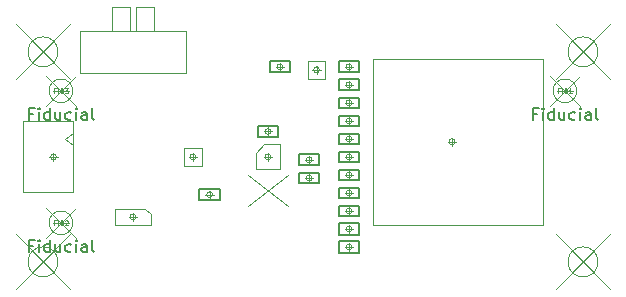
<source format=gbr>
%TF.GenerationSoftware,KiCad,Pcbnew,9.0.0*%
%TF.CreationDate,2025-03-29T14:14:08-04:00*%
%TF.ProjectId,weather-featherwing,77656174-6865-4722-9d66-656174686572,1.3.0*%
%TF.SameCoordinates,Original*%
%TF.FileFunction,AssemblyDrawing,Top*%
%FSLAX46Y46*%
G04 Gerber Fmt 4.6, Leading zero omitted, Abs format (unit mm)*
G04 Created by KiCad (PCBNEW 9.0.0) date 2025-03-29 14:14:08*
%MOMM*%
%LPD*%
G01*
G04 APERTURE LIST*
%ADD10C,0.150000*%
%ADD11C,0.060000*%
%ADD12C,0.050000*%
%ADD13C,0.100000*%
%ADD14C,0.120000*%
G04 APERTURE END LIST*
D10*
X158655047Y-104293009D02*
X158321714Y-104293009D01*
X158321714Y-104816819D02*
X158321714Y-103816819D01*
X158321714Y-103816819D02*
X158797904Y-103816819D01*
X159178857Y-104816819D02*
X159178857Y-104150152D01*
X159178857Y-103816819D02*
X159131238Y-103864438D01*
X159131238Y-103864438D02*
X159178857Y-103912057D01*
X159178857Y-103912057D02*
X159226476Y-103864438D01*
X159226476Y-103864438D02*
X159178857Y-103816819D01*
X159178857Y-103816819D02*
X159178857Y-103912057D01*
X160083618Y-104816819D02*
X160083618Y-103816819D01*
X160083618Y-104769200D02*
X159988380Y-104816819D01*
X159988380Y-104816819D02*
X159797904Y-104816819D01*
X159797904Y-104816819D02*
X159702666Y-104769200D01*
X159702666Y-104769200D02*
X159655047Y-104721580D01*
X159655047Y-104721580D02*
X159607428Y-104626342D01*
X159607428Y-104626342D02*
X159607428Y-104340628D01*
X159607428Y-104340628D02*
X159655047Y-104245390D01*
X159655047Y-104245390D02*
X159702666Y-104197771D01*
X159702666Y-104197771D02*
X159797904Y-104150152D01*
X159797904Y-104150152D02*
X159988380Y-104150152D01*
X159988380Y-104150152D02*
X160083618Y-104197771D01*
X160988380Y-104150152D02*
X160988380Y-104816819D01*
X160559809Y-104150152D02*
X160559809Y-104673961D01*
X160559809Y-104673961D02*
X160607428Y-104769200D01*
X160607428Y-104769200D02*
X160702666Y-104816819D01*
X160702666Y-104816819D02*
X160845523Y-104816819D01*
X160845523Y-104816819D02*
X160940761Y-104769200D01*
X160940761Y-104769200D02*
X160988380Y-104721580D01*
X161893142Y-104769200D02*
X161797904Y-104816819D01*
X161797904Y-104816819D02*
X161607428Y-104816819D01*
X161607428Y-104816819D02*
X161512190Y-104769200D01*
X161512190Y-104769200D02*
X161464571Y-104721580D01*
X161464571Y-104721580D02*
X161416952Y-104626342D01*
X161416952Y-104626342D02*
X161416952Y-104340628D01*
X161416952Y-104340628D02*
X161464571Y-104245390D01*
X161464571Y-104245390D02*
X161512190Y-104197771D01*
X161512190Y-104197771D02*
X161607428Y-104150152D01*
X161607428Y-104150152D02*
X161797904Y-104150152D01*
X161797904Y-104150152D02*
X161893142Y-104197771D01*
X162321714Y-104816819D02*
X162321714Y-104150152D01*
X162321714Y-103816819D02*
X162274095Y-103864438D01*
X162274095Y-103864438D02*
X162321714Y-103912057D01*
X162321714Y-103912057D02*
X162369333Y-103864438D01*
X162369333Y-103864438D02*
X162321714Y-103816819D01*
X162321714Y-103816819D02*
X162321714Y-103912057D01*
X163226475Y-104816819D02*
X163226475Y-104293009D01*
X163226475Y-104293009D02*
X163178856Y-104197771D01*
X163178856Y-104197771D02*
X163083618Y-104150152D01*
X163083618Y-104150152D02*
X162893142Y-104150152D01*
X162893142Y-104150152D02*
X162797904Y-104197771D01*
X163226475Y-104769200D02*
X163131237Y-104816819D01*
X163131237Y-104816819D02*
X162893142Y-104816819D01*
X162893142Y-104816819D02*
X162797904Y-104769200D01*
X162797904Y-104769200D02*
X162750285Y-104673961D01*
X162750285Y-104673961D02*
X162750285Y-104578723D01*
X162750285Y-104578723D02*
X162797904Y-104483485D01*
X162797904Y-104483485D02*
X162893142Y-104435866D01*
X162893142Y-104435866D02*
X163131237Y-104435866D01*
X163131237Y-104435866D02*
X163226475Y-104388247D01*
X163845523Y-104816819D02*
X163750285Y-104769200D01*
X163750285Y-104769200D02*
X163702666Y-104673961D01*
X163702666Y-104673961D02*
X163702666Y-103816819D01*
D11*
X160607429Y-102334403D02*
X160474096Y-102334403D01*
X160474096Y-102543927D02*
X160474096Y-102143927D01*
X160474096Y-102143927D02*
X160664572Y-102143927D01*
X160816953Y-102543927D02*
X160816953Y-102143927D01*
X161007429Y-102543927D02*
X161007429Y-102143927D01*
X161007429Y-102143927D02*
X161102667Y-102143927D01*
X161102667Y-102143927D02*
X161159810Y-102162975D01*
X161159810Y-102162975D02*
X161197905Y-102201070D01*
X161197905Y-102201070D02*
X161216952Y-102239165D01*
X161216952Y-102239165D02*
X161236000Y-102315356D01*
X161236000Y-102315356D02*
X161236000Y-102372499D01*
X161236000Y-102372499D02*
X161216952Y-102448689D01*
X161216952Y-102448689D02*
X161197905Y-102486784D01*
X161197905Y-102486784D02*
X161159810Y-102524880D01*
X161159810Y-102524880D02*
X161102667Y-102543927D01*
X161102667Y-102543927D02*
X161007429Y-102543927D01*
X161616952Y-102543927D02*
X161388381Y-102543927D01*
X161502667Y-102543927D02*
X161502667Y-102143927D01*
X161502667Y-102143927D02*
X161464571Y-102201070D01*
X161464571Y-102201070D02*
X161426476Y-102239165D01*
X161426476Y-102239165D02*
X161388381Y-102258213D01*
X160384096Y-102343927D02*
X161704668Y-102343927D01*
D10*
X115983047Y-104293009D02*
X115649714Y-104293009D01*
X115649714Y-104816819D02*
X115649714Y-103816819D01*
X115649714Y-103816819D02*
X116125904Y-103816819D01*
X116506857Y-104816819D02*
X116506857Y-104150152D01*
X116506857Y-103816819D02*
X116459238Y-103864438D01*
X116459238Y-103864438D02*
X116506857Y-103912057D01*
X116506857Y-103912057D02*
X116554476Y-103864438D01*
X116554476Y-103864438D02*
X116506857Y-103816819D01*
X116506857Y-103816819D02*
X116506857Y-103912057D01*
X117411618Y-104816819D02*
X117411618Y-103816819D01*
X117411618Y-104769200D02*
X117316380Y-104816819D01*
X117316380Y-104816819D02*
X117125904Y-104816819D01*
X117125904Y-104816819D02*
X117030666Y-104769200D01*
X117030666Y-104769200D02*
X116983047Y-104721580D01*
X116983047Y-104721580D02*
X116935428Y-104626342D01*
X116935428Y-104626342D02*
X116935428Y-104340628D01*
X116935428Y-104340628D02*
X116983047Y-104245390D01*
X116983047Y-104245390D02*
X117030666Y-104197771D01*
X117030666Y-104197771D02*
X117125904Y-104150152D01*
X117125904Y-104150152D02*
X117316380Y-104150152D01*
X117316380Y-104150152D02*
X117411618Y-104197771D01*
X118316380Y-104150152D02*
X118316380Y-104816819D01*
X117887809Y-104150152D02*
X117887809Y-104673961D01*
X117887809Y-104673961D02*
X117935428Y-104769200D01*
X117935428Y-104769200D02*
X118030666Y-104816819D01*
X118030666Y-104816819D02*
X118173523Y-104816819D01*
X118173523Y-104816819D02*
X118268761Y-104769200D01*
X118268761Y-104769200D02*
X118316380Y-104721580D01*
X119221142Y-104769200D02*
X119125904Y-104816819D01*
X119125904Y-104816819D02*
X118935428Y-104816819D01*
X118935428Y-104816819D02*
X118840190Y-104769200D01*
X118840190Y-104769200D02*
X118792571Y-104721580D01*
X118792571Y-104721580D02*
X118744952Y-104626342D01*
X118744952Y-104626342D02*
X118744952Y-104340628D01*
X118744952Y-104340628D02*
X118792571Y-104245390D01*
X118792571Y-104245390D02*
X118840190Y-104197771D01*
X118840190Y-104197771D02*
X118935428Y-104150152D01*
X118935428Y-104150152D02*
X119125904Y-104150152D01*
X119125904Y-104150152D02*
X119221142Y-104197771D01*
X119649714Y-104816819D02*
X119649714Y-104150152D01*
X119649714Y-103816819D02*
X119602095Y-103864438D01*
X119602095Y-103864438D02*
X119649714Y-103912057D01*
X119649714Y-103912057D02*
X119697333Y-103864438D01*
X119697333Y-103864438D02*
X119649714Y-103816819D01*
X119649714Y-103816819D02*
X119649714Y-103912057D01*
X120554475Y-104816819D02*
X120554475Y-104293009D01*
X120554475Y-104293009D02*
X120506856Y-104197771D01*
X120506856Y-104197771D02*
X120411618Y-104150152D01*
X120411618Y-104150152D02*
X120221142Y-104150152D01*
X120221142Y-104150152D02*
X120125904Y-104197771D01*
X120554475Y-104769200D02*
X120459237Y-104816819D01*
X120459237Y-104816819D02*
X120221142Y-104816819D01*
X120221142Y-104816819D02*
X120125904Y-104769200D01*
X120125904Y-104769200D02*
X120078285Y-104673961D01*
X120078285Y-104673961D02*
X120078285Y-104578723D01*
X120078285Y-104578723D02*
X120125904Y-104483485D01*
X120125904Y-104483485D02*
X120221142Y-104435866D01*
X120221142Y-104435866D02*
X120459237Y-104435866D01*
X120459237Y-104435866D02*
X120554475Y-104388247D01*
X121173523Y-104816819D02*
X121078285Y-104769200D01*
X121078285Y-104769200D02*
X121030666Y-104673961D01*
X121030666Y-104673961D02*
X121030666Y-103816819D01*
D11*
X117935429Y-102334403D02*
X117802096Y-102334403D01*
X117802096Y-102543927D02*
X117802096Y-102143927D01*
X117802096Y-102143927D02*
X117992572Y-102143927D01*
X118144953Y-102543927D02*
X118144953Y-102143927D01*
X118335429Y-102543927D02*
X118335429Y-102143927D01*
X118335429Y-102143927D02*
X118430667Y-102143927D01*
X118430667Y-102143927D02*
X118487810Y-102162975D01*
X118487810Y-102162975D02*
X118525905Y-102201070D01*
X118525905Y-102201070D02*
X118544952Y-102239165D01*
X118544952Y-102239165D02*
X118564000Y-102315356D01*
X118564000Y-102315356D02*
X118564000Y-102372499D01*
X118564000Y-102372499D02*
X118544952Y-102448689D01*
X118544952Y-102448689D02*
X118525905Y-102486784D01*
X118525905Y-102486784D02*
X118487810Y-102524880D01*
X118487810Y-102524880D02*
X118430667Y-102543927D01*
X118430667Y-102543927D02*
X118335429Y-102543927D01*
X118697333Y-102143927D02*
X118944952Y-102143927D01*
X118944952Y-102143927D02*
X118811619Y-102296308D01*
X118811619Y-102296308D02*
X118868762Y-102296308D01*
X118868762Y-102296308D02*
X118906857Y-102315356D01*
X118906857Y-102315356D02*
X118925905Y-102334403D01*
X118925905Y-102334403D02*
X118944952Y-102372499D01*
X118944952Y-102372499D02*
X118944952Y-102467737D01*
X118944952Y-102467737D02*
X118925905Y-102505832D01*
X118925905Y-102505832D02*
X118906857Y-102524880D01*
X118906857Y-102524880D02*
X118868762Y-102543927D01*
X118868762Y-102543927D02*
X118754476Y-102543927D01*
X118754476Y-102543927D02*
X118716381Y-102524880D01*
X118716381Y-102524880D02*
X118697333Y-102505832D01*
X117712096Y-102343927D02*
X119034952Y-102343927D01*
D10*
X115983047Y-115469009D02*
X115649714Y-115469009D01*
X115649714Y-115992819D02*
X115649714Y-114992819D01*
X115649714Y-114992819D02*
X116125904Y-114992819D01*
X116506857Y-115992819D02*
X116506857Y-115326152D01*
X116506857Y-114992819D02*
X116459238Y-115040438D01*
X116459238Y-115040438D02*
X116506857Y-115088057D01*
X116506857Y-115088057D02*
X116554476Y-115040438D01*
X116554476Y-115040438D02*
X116506857Y-114992819D01*
X116506857Y-114992819D02*
X116506857Y-115088057D01*
X117411618Y-115992819D02*
X117411618Y-114992819D01*
X117411618Y-115945200D02*
X117316380Y-115992819D01*
X117316380Y-115992819D02*
X117125904Y-115992819D01*
X117125904Y-115992819D02*
X117030666Y-115945200D01*
X117030666Y-115945200D02*
X116983047Y-115897580D01*
X116983047Y-115897580D02*
X116935428Y-115802342D01*
X116935428Y-115802342D02*
X116935428Y-115516628D01*
X116935428Y-115516628D02*
X116983047Y-115421390D01*
X116983047Y-115421390D02*
X117030666Y-115373771D01*
X117030666Y-115373771D02*
X117125904Y-115326152D01*
X117125904Y-115326152D02*
X117316380Y-115326152D01*
X117316380Y-115326152D02*
X117411618Y-115373771D01*
X118316380Y-115326152D02*
X118316380Y-115992819D01*
X117887809Y-115326152D02*
X117887809Y-115849961D01*
X117887809Y-115849961D02*
X117935428Y-115945200D01*
X117935428Y-115945200D02*
X118030666Y-115992819D01*
X118030666Y-115992819D02*
X118173523Y-115992819D01*
X118173523Y-115992819D02*
X118268761Y-115945200D01*
X118268761Y-115945200D02*
X118316380Y-115897580D01*
X119221142Y-115945200D02*
X119125904Y-115992819D01*
X119125904Y-115992819D02*
X118935428Y-115992819D01*
X118935428Y-115992819D02*
X118840190Y-115945200D01*
X118840190Y-115945200D02*
X118792571Y-115897580D01*
X118792571Y-115897580D02*
X118744952Y-115802342D01*
X118744952Y-115802342D02*
X118744952Y-115516628D01*
X118744952Y-115516628D02*
X118792571Y-115421390D01*
X118792571Y-115421390D02*
X118840190Y-115373771D01*
X118840190Y-115373771D02*
X118935428Y-115326152D01*
X118935428Y-115326152D02*
X119125904Y-115326152D01*
X119125904Y-115326152D02*
X119221142Y-115373771D01*
X119649714Y-115992819D02*
X119649714Y-115326152D01*
X119649714Y-114992819D02*
X119602095Y-115040438D01*
X119602095Y-115040438D02*
X119649714Y-115088057D01*
X119649714Y-115088057D02*
X119697333Y-115040438D01*
X119697333Y-115040438D02*
X119649714Y-114992819D01*
X119649714Y-114992819D02*
X119649714Y-115088057D01*
X120554475Y-115992819D02*
X120554475Y-115469009D01*
X120554475Y-115469009D02*
X120506856Y-115373771D01*
X120506856Y-115373771D02*
X120411618Y-115326152D01*
X120411618Y-115326152D02*
X120221142Y-115326152D01*
X120221142Y-115326152D02*
X120125904Y-115373771D01*
X120554475Y-115945200D02*
X120459237Y-115992819D01*
X120459237Y-115992819D02*
X120221142Y-115992819D01*
X120221142Y-115992819D02*
X120125904Y-115945200D01*
X120125904Y-115945200D02*
X120078285Y-115849961D01*
X120078285Y-115849961D02*
X120078285Y-115754723D01*
X120078285Y-115754723D02*
X120125904Y-115659485D01*
X120125904Y-115659485D02*
X120221142Y-115611866D01*
X120221142Y-115611866D02*
X120459237Y-115611866D01*
X120459237Y-115611866D02*
X120554475Y-115564247D01*
X121173523Y-115992819D02*
X121078285Y-115945200D01*
X121078285Y-115945200D02*
X121030666Y-115849961D01*
X121030666Y-115849961D02*
X121030666Y-114992819D01*
D11*
X117935429Y-113510403D02*
X117802096Y-113510403D01*
X117802096Y-113719927D02*
X117802096Y-113319927D01*
X117802096Y-113319927D02*
X117992572Y-113319927D01*
X118144953Y-113719927D02*
X118144953Y-113319927D01*
X118335429Y-113719927D02*
X118335429Y-113319927D01*
X118335429Y-113319927D02*
X118430667Y-113319927D01*
X118430667Y-113319927D02*
X118487810Y-113338975D01*
X118487810Y-113338975D02*
X118525905Y-113377070D01*
X118525905Y-113377070D02*
X118544952Y-113415165D01*
X118544952Y-113415165D02*
X118564000Y-113491356D01*
X118564000Y-113491356D02*
X118564000Y-113548499D01*
X118564000Y-113548499D02*
X118544952Y-113624689D01*
X118544952Y-113624689D02*
X118525905Y-113662784D01*
X118525905Y-113662784D02*
X118487810Y-113700880D01*
X118487810Y-113700880D02*
X118430667Y-113719927D01*
X118430667Y-113719927D02*
X118335429Y-113719927D01*
X118716381Y-113358022D02*
X118735429Y-113338975D01*
X118735429Y-113338975D02*
X118773524Y-113319927D01*
X118773524Y-113319927D02*
X118868762Y-113319927D01*
X118868762Y-113319927D02*
X118906857Y-113338975D01*
X118906857Y-113338975D02*
X118925905Y-113358022D01*
X118925905Y-113358022D02*
X118944952Y-113396118D01*
X118944952Y-113396118D02*
X118944952Y-113434213D01*
X118944952Y-113434213D02*
X118925905Y-113491356D01*
X118925905Y-113491356D02*
X118697333Y-113719927D01*
X118697333Y-113719927D02*
X118944952Y-113719927D01*
X117712096Y-113519927D02*
X119034952Y-113519927D01*
D12*
%TO.C,U2*%
X129540000Y-108300000D02*
X129540000Y-107600000D01*
X129890000Y-107950000D02*
X129190000Y-107950000D01*
D13*
X128790000Y-107200000D02*
X130290000Y-107200000D01*
X130290000Y-108700000D01*
X128790000Y-108700000D01*
X128790000Y-107200000D01*
D12*
X129790000Y-107950000D02*
G75*
G02*
X129290000Y-107950000I-250000J0D01*
G01*
X129290000Y-107950000D02*
G75*
G02*
X129790000Y-107950000I250000J0D01*
G01*
D14*
%TO.C,U3*%
X122935000Y-112330000D02*
X125518000Y-112330000D01*
X122935000Y-113730000D02*
X122935000Y-112330000D01*
D12*
X124460000Y-113380000D02*
X124460000Y-112680000D01*
X124810000Y-113030000D02*
X124110000Y-113030000D01*
D14*
X125518000Y-112330000D02*
X125985000Y-112797000D01*
X125985000Y-112797000D02*
X125985000Y-113730000D01*
X125985000Y-113730000D02*
X122935000Y-113730000D01*
D12*
X124710000Y-113030000D02*
G75*
G02*
X124210000Y-113030000I-250000J0D01*
G01*
X124210000Y-113030000D02*
G75*
G02*
X124710000Y-113030000I250000J0D01*
G01*
%TO.C,D1*%
X139650000Y-100580000D02*
X140350000Y-100580000D01*
X140000000Y-100230000D02*
X140000000Y-100930000D01*
D14*
X139250000Y-101330000D02*
X140750000Y-101330000D01*
X140750000Y-99830000D01*
X139250000Y-99830000D01*
X139250000Y-101330000D01*
D12*
X140250000Y-100580000D02*
G75*
G02*
X139750000Y-100580000I-250000J0D01*
G01*
X139750000Y-100580000D02*
G75*
G02*
X140250000Y-100580000I250000J0D01*
G01*
D10*
%TO.C,R3*%
X141900000Y-110550000D02*
X143600000Y-110550000D01*
X141900000Y-111450000D02*
X141900000Y-110550000D01*
D12*
X142750000Y-110650000D02*
X142750000Y-111350000D01*
X143100000Y-111000000D02*
X142400000Y-111000000D01*
D10*
X143600000Y-110550000D02*
X143600000Y-111450000D01*
X143600000Y-111450000D02*
X141900000Y-111450000D01*
D12*
X143000000Y-111000000D02*
G75*
G02*
X142500000Y-111000000I-250000J0D01*
G01*
X142500000Y-111000000D02*
G75*
G02*
X143000000Y-111000000I250000J0D01*
G01*
D10*
%TO.C,C4*%
X130075000Y-110675000D02*
X131825000Y-110675000D01*
X130075000Y-111625000D02*
X130075000Y-110675000D01*
D12*
X130950000Y-110800000D02*
X130950000Y-111500000D01*
X131300000Y-111150000D02*
X130600000Y-111150000D01*
D10*
X131825000Y-110675000D02*
X131825000Y-111625000D01*
X131825000Y-111625000D02*
X130075000Y-111625000D01*
D12*
X131200000Y-111150000D02*
G75*
G02*
X130700000Y-111150000I-250000J0D01*
G01*
X130700000Y-111150000D02*
G75*
G02*
X131200000Y-111150000I250000J0D01*
G01*
D13*
%TO.C,H3*%
X163830000Y-99060000D02*
G75*
G02*
X161290000Y-99060000I-1270000J0D01*
G01*
X161290000Y-99060000D02*
G75*
G02*
X163830000Y-99060000I1270000J0D01*
G01*
X163830000Y-99060000D02*
G75*
G02*
X161290000Y-99060000I-1270000J0D01*
G01*
X161290000Y-99060000D02*
G75*
G02*
X163830000Y-99060000I1270000J0D01*
G01*
D12*
%TO.C,J3*%
X151125000Y-106680000D02*
X151825000Y-106680000D01*
X151475000Y-106330000D02*
X151475000Y-107030000D01*
D13*
X144750000Y-113680000D02*
X159200000Y-113680000D01*
X159200000Y-99680000D01*
X144750000Y-99680000D01*
X144750000Y-113680000D01*
D12*
X151736008Y-106680000D02*
G75*
G02*
X151213992Y-106680000I-261008J0D01*
G01*
X151213992Y-106680000D02*
G75*
G02*
X151736008Y-106680000I261008J0D01*
G01*
D10*
%TO.C,C3*%
X135015000Y-105325000D02*
X136765000Y-105325000D01*
X135015000Y-106275000D02*
X135015000Y-105325000D01*
D12*
X135890000Y-105450000D02*
X135890000Y-106150000D01*
X136240000Y-105800000D02*
X135540000Y-105800000D01*
D10*
X136765000Y-105325000D02*
X136765000Y-106275000D01*
X136765000Y-106275000D02*
X135015000Y-106275000D01*
D12*
X136140000Y-105800000D02*
G75*
G02*
X135640000Y-105800000I-250000J0D01*
G01*
X135640000Y-105800000D02*
G75*
G02*
X136140000Y-105800000I250000J0D01*
G01*
D10*
%TO.C,R6*%
X141900000Y-104450000D02*
X143600000Y-104450000D01*
X141900000Y-105350000D02*
X141900000Y-104450000D01*
D12*
X142750000Y-104550000D02*
X142750000Y-105250000D01*
X143100000Y-104900000D02*
X142400000Y-104900000D01*
D10*
X143600000Y-104450000D02*
X143600000Y-105350000D01*
X143600000Y-105350000D02*
X141900000Y-105350000D01*
D12*
X143000000Y-104900000D02*
G75*
G02*
X142500000Y-104900000I-250000J0D01*
G01*
X142500000Y-104900000D02*
G75*
G02*
X143000000Y-104900000I250000J0D01*
G01*
D10*
%TO.C,C1*%
X141875000Y-115100000D02*
X143625000Y-115100000D01*
X141875000Y-116050000D02*
X141875000Y-115100000D01*
D12*
X142750000Y-115225000D02*
X142750000Y-115925000D01*
X143100000Y-115575000D02*
X142400000Y-115575000D01*
D10*
X143625000Y-115100000D02*
X143625000Y-116050000D01*
X143625000Y-116050000D02*
X141875000Y-116050000D01*
D12*
X143000000Y-115575000D02*
G75*
G02*
X142500000Y-115575000I-250000J0D01*
G01*
X142500000Y-115575000D02*
G75*
G02*
X143000000Y-115575000I250000J0D01*
G01*
D13*
%TO.C,H4*%
X163830000Y-116840000D02*
G75*
G02*
X161290000Y-116840000I-1270000J0D01*
G01*
X161290000Y-116840000D02*
G75*
G02*
X163830000Y-116840000I1270000J0D01*
G01*
X163830000Y-116840000D02*
G75*
G02*
X161290000Y-116840000I-1270000J0D01*
G01*
X161290000Y-116840000D02*
G75*
G02*
X163830000Y-116840000I1270000J0D01*
G01*
D14*
%TO.C,U1*%
X134840000Y-107600000D02*
X135540000Y-106900000D01*
X134840000Y-109000000D02*
X134840000Y-107600000D01*
X135540000Y-106900000D02*
X136940000Y-106900000D01*
D12*
X135890000Y-107600000D02*
X135890000Y-108300000D01*
X136240000Y-107950000D02*
X135540000Y-107950000D01*
D14*
X136940000Y-106900000D02*
X136940000Y-109000000D01*
X136940000Y-109000000D02*
X134840000Y-109000000D01*
D12*
X136140000Y-107950000D02*
G75*
G02*
X135640000Y-107950000I-250000J0D01*
G01*
X135640000Y-107950000D02*
G75*
G02*
X136140000Y-107950000I250000J0D01*
G01*
D10*
%TO.C,R5*%
X141900000Y-107500000D02*
X143600000Y-107500000D01*
X141900000Y-108400000D02*
X141900000Y-107500000D01*
D12*
X142750000Y-107600000D02*
X142750000Y-108300000D01*
X143100000Y-107950000D02*
X142400000Y-107950000D01*
D10*
X143600000Y-107500000D02*
X143600000Y-108400000D01*
X143600000Y-108400000D02*
X141900000Y-108400000D01*
D12*
X143000000Y-107950000D02*
G75*
G02*
X142500000Y-107950000I-250000J0D01*
G01*
X142500000Y-107950000D02*
G75*
G02*
X143000000Y-107950000I250000J0D01*
G01*
%TO.C,SW1*%
D13*
X124200000Y-97275000D02*
X122700000Y-97275000D01*
X122700000Y-95275000D01*
X124200000Y-95275000D01*
X124200000Y-97275000D01*
X126200000Y-97275000D02*
X124700000Y-97275000D01*
X124700000Y-95275000D01*
X126200000Y-95275000D01*
X126200000Y-97275000D01*
X128950000Y-100875000D02*
X119950000Y-100875000D01*
X119950000Y-97275000D01*
X128950000Y-97275000D01*
X128950000Y-100875000D01*
%TO.C,J4*%
X115155400Y-104950000D02*
X115155400Y-110950000D01*
D12*
X117730400Y-107600000D02*
X117730400Y-108300000D01*
X118080400Y-107950000D02*
X117380400Y-107950000D01*
D13*
X118698293Y-106450000D02*
X119405400Y-106950000D01*
X119405400Y-104950000D02*
X115155400Y-104950000D01*
X119405400Y-104950000D02*
X119405400Y-110950000D01*
X119405400Y-105950000D02*
X118698293Y-106450000D01*
X119405400Y-110950000D02*
X115155400Y-110950000D01*
D12*
X117980400Y-107950000D02*
G75*
G02*
X117480400Y-107950000I-250000J0D01*
G01*
X117480400Y-107950000D02*
G75*
G02*
X117980400Y-107950000I250000J0D01*
G01*
D10*
%TO.C,R1*%
X141900000Y-105975000D02*
X143600000Y-105975000D01*
X141900000Y-106875000D02*
X141900000Y-105975000D01*
D12*
X142750000Y-106075000D02*
X142750000Y-106775000D01*
X143100000Y-106425000D02*
X142400000Y-106425000D01*
D10*
X143600000Y-105975000D02*
X143600000Y-106875000D01*
X143600000Y-106875000D02*
X141900000Y-106875000D01*
D12*
X143000000Y-106425000D02*
G75*
G02*
X142500000Y-106425000I-250000J0D01*
G01*
X142500000Y-106425000D02*
G75*
G02*
X143000000Y-106425000I250000J0D01*
G01*
D13*
%TO.C,FID1*%
X162036000Y-102362000D02*
G75*
G02*
X160036000Y-102362000I-1000000J0D01*
G01*
X160036000Y-102362000D02*
G75*
G02*
X162036000Y-102362000I1000000J0D01*
G01*
X162036000Y-102362000D02*
G75*
G02*
X160036000Y-102362000I-1000000J0D01*
G01*
X160036000Y-102362000D02*
G75*
G02*
X162036000Y-102362000I1000000J0D01*
G01*
%TO.C,H1*%
X118110000Y-99060000D02*
G75*
G02*
X115570000Y-99060000I-1270000J0D01*
G01*
X115570000Y-99060000D02*
G75*
G02*
X118110000Y-99060000I1270000J0D01*
G01*
X118110000Y-99060000D02*
G75*
G02*
X115570000Y-99060000I-1270000J0D01*
G01*
X115570000Y-99060000D02*
G75*
G02*
X118110000Y-99060000I1270000J0D01*
G01*
D10*
%TO.C,R12*%
X136056000Y-99875000D02*
X137756000Y-99875000D01*
X136056000Y-100775000D02*
X136056000Y-99875000D01*
D12*
X136906000Y-99975000D02*
X136906000Y-100675000D01*
X137256000Y-100325000D02*
X136556000Y-100325000D01*
D10*
X137756000Y-99875000D02*
X137756000Y-100775000D01*
X137756000Y-100775000D02*
X136056000Y-100775000D01*
D12*
X137156000Y-100325000D02*
G75*
G02*
X136656000Y-100325000I-250000J0D01*
G01*
X136656000Y-100325000D02*
G75*
G02*
X137156000Y-100325000I250000J0D01*
G01*
D10*
%TO.C,C2*%
X141875000Y-113575000D02*
X143625000Y-113575000D01*
X141875000Y-114525000D02*
X141875000Y-113575000D01*
D12*
X142750000Y-113700000D02*
X142750000Y-114400000D01*
X143100000Y-114050000D02*
X142400000Y-114050000D01*
D10*
X143625000Y-113575000D02*
X143625000Y-114525000D01*
X143625000Y-114525000D02*
X141875000Y-114525000D01*
D12*
X143000000Y-114050000D02*
G75*
G02*
X142500000Y-114050000I-250000J0D01*
G01*
X142500000Y-114050000D02*
G75*
G02*
X143000000Y-114050000I250000J0D01*
G01*
D10*
%TO.C,R7*%
X141900000Y-102925000D02*
X143600000Y-102925000D01*
X141900000Y-103825000D02*
X141900000Y-102925000D01*
D12*
X142750000Y-103025000D02*
X142750000Y-103725000D01*
X143100000Y-103375000D02*
X142400000Y-103375000D01*
D10*
X143600000Y-102925000D02*
X143600000Y-103825000D01*
X143600000Y-103825000D02*
X141900000Y-103825000D01*
D12*
X143000000Y-103375000D02*
G75*
G02*
X142500000Y-103375000I-250000J0D01*
G01*
X142500000Y-103375000D02*
G75*
G02*
X143000000Y-103375000I250000J0D01*
G01*
D13*
%TO.C,FID3*%
X119364000Y-102362000D02*
G75*
G02*
X117364000Y-102362000I-1000000J0D01*
G01*
X117364000Y-102362000D02*
G75*
G02*
X119364000Y-102362000I1000000J0D01*
G01*
X119364000Y-102362000D02*
G75*
G02*
X117364000Y-102362000I-1000000J0D01*
G01*
X117364000Y-102362000D02*
G75*
G02*
X119364000Y-102362000I1000000J0D01*
G01*
%TO.C,FID2*%
X119364000Y-113538000D02*
G75*
G02*
X117364000Y-113538000I-1000000J0D01*
G01*
X117364000Y-113538000D02*
G75*
G02*
X119364000Y-113538000I1000000J0D01*
G01*
X119364000Y-113538000D02*
G75*
G02*
X117364000Y-113538000I-1000000J0D01*
G01*
X117364000Y-113538000D02*
G75*
G02*
X119364000Y-113538000I1000000J0D01*
G01*
D10*
%TO.C,R2*%
X141900000Y-112075000D02*
X143600000Y-112075000D01*
X141900000Y-112975000D02*
X141900000Y-112075000D01*
D12*
X142750000Y-112175000D02*
X142750000Y-112875000D01*
X143100000Y-112525000D02*
X142400000Y-112525000D01*
D10*
X143600000Y-112075000D02*
X143600000Y-112975000D01*
X143600000Y-112975000D02*
X141900000Y-112975000D01*
D12*
X143000000Y-112525000D02*
G75*
G02*
X142500000Y-112525000I-250000J0D01*
G01*
X142500000Y-112525000D02*
G75*
G02*
X143000000Y-112525000I250000J0D01*
G01*
D10*
%TO.C,R9*%
X138525000Y-109300000D02*
X140225000Y-109300000D01*
X138525000Y-110200000D02*
X138525000Y-109300000D01*
D12*
X139025000Y-109750000D02*
X139725000Y-109750000D01*
X139375000Y-110100000D02*
X139375000Y-109400000D01*
D10*
X140225000Y-109300000D02*
X140225000Y-110200000D01*
X140225000Y-110200000D02*
X138525000Y-110200000D01*
D12*
X139625000Y-109750000D02*
G75*
G02*
X139125000Y-109750000I-250000J0D01*
G01*
X139125000Y-109750000D02*
G75*
G02*
X139625000Y-109750000I250000J0D01*
G01*
D10*
%TO.C,R4*%
X141900000Y-109025000D02*
X143600000Y-109025000D01*
X141900000Y-109925000D02*
X141900000Y-109025000D01*
D12*
X142750000Y-109125000D02*
X142750000Y-109825000D01*
X143100000Y-109475000D02*
X142400000Y-109475000D01*
D10*
X143600000Y-109025000D02*
X143600000Y-109925000D01*
X143600000Y-109925000D02*
X141900000Y-109925000D01*
D12*
X143000000Y-109475000D02*
G75*
G02*
X142500000Y-109475000I-250000J0D01*
G01*
X142500000Y-109475000D02*
G75*
G02*
X143000000Y-109475000I250000J0D01*
G01*
D10*
%TO.C,R10*%
X141900000Y-101400000D02*
X143600000Y-101400000D01*
X141900000Y-102300000D02*
X141900000Y-101400000D01*
D12*
X142750000Y-101500000D02*
X142750000Y-102200000D01*
X143100000Y-101850000D02*
X142400000Y-101850000D01*
D10*
X143600000Y-101400000D02*
X143600000Y-102300000D01*
X143600000Y-102300000D02*
X141900000Y-102300000D01*
D12*
X143000000Y-101850000D02*
G75*
G02*
X142500000Y-101850000I-250000J0D01*
G01*
X142500000Y-101850000D02*
G75*
G02*
X143000000Y-101850000I250000J0D01*
G01*
D13*
%TO.C,H2*%
X118110000Y-116840000D02*
G75*
G02*
X115570000Y-116840000I-1270000J0D01*
G01*
X115570000Y-116840000D02*
G75*
G02*
X118110000Y-116840000I1270000J0D01*
G01*
X118110000Y-116840000D02*
G75*
G02*
X115570000Y-116840000I-1270000J0D01*
G01*
X115570000Y-116840000D02*
G75*
G02*
X118110000Y-116840000I1270000J0D01*
G01*
D10*
%TO.C,R11*%
X141900000Y-99875000D02*
X143600000Y-99875000D01*
X141900000Y-100775000D02*
X141900000Y-99875000D01*
D12*
X142750000Y-99975000D02*
X142750000Y-100675000D01*
X143100000Y-100325000D02*
X142400000Y-100325000D01*
D10*
X143600000Y-99875000D02*
X143600000Y-100775000D01*
X143600000Y-100775000D02*
X141900000Y-100775000D01*
D12*
X143000000Y-100325000D02*
G75*
G02*
X142500000Y-100325000I-250000J0D01*
G01*
X142500000Y-100325000D02*
G75*
G02*
X143000000Y-100325000I250000J0D01*
G01*
D10*
%TO.C,R8*%
X138525000Y-107750000D02*
X140225000Y-107750000D01*
X138525000Y-108650000D02*
X138525000Y-107750000D01*
D12*
X139025000Y-108200000D02*
X139725000Y-108200000D01*
X139375000Y-108550000D02*
X139375000Y-107850000D01*
D10*
X140225000Y-107750000D02*
X140225000Y-108650000D01*
X140225000Y-108650000D02*
X138525000Y-108650000D01*
D12*
X139625000Y-108200000D02*
G75*
G02*
X139125000Y-108200000I-250000J0D01*
G01*
X139125000Y-108200000D02*
G75*
G02*
X139625000Y-108200000I250000J0D01*
G01*
%TD*%
D13*
X160235000Y-96735000D02*
X164885000Y-101385000D01*
X160235000Y-101385000D02*
X164885000Y-96735000D01*
X160235000Y-114515000D02*
X164885000Y-119165000D01*
X160235000Y-119165000D02*
X164885000Y-114515000D01*
X159761000Y-101087000D02*
X162311000Y-103637000D01*
X159761000Y-103637000D02*
X162311000Y-101087000D01*
X114515000Y-96735000D02*
X119165000Y-101385000D01*
X114515000Y-101385000D02*
X119165000Y-96735000D01*
X117089000Y-101087000D02*
X119639000Y-103637000D01*
X117089000Y-103637000D02*
X119639000Y-101087000D01*
X117089000Y-112263000D02*
X119639000Y-114813000D01*
X117089000Y-114813000D02*
X119639000Y-112263000D01*
X114515000Y-114515000D02*
X119165000Y-119165000D01*
X114515000Y-119165000D02*
X119165000Y-114515000D01*
X134225000Y-109525000D02*
X137575000Y-112075000D01*
X134225000Y-112075000D02*
X137575000Y-109525000D01*
M02*

</source>
